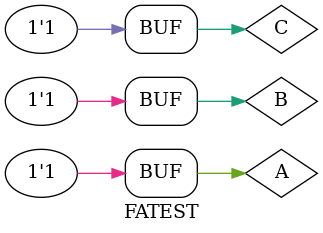
<source format=v>
module FATEST;

	// Inputs
	reg A;
	reg B;
	reg C;

	// Outputs
	wire sum;
	wire carry;

	// Instantiate the Unit Under Test (UUT)
	FA uut (
		.A(A), 
		.B(B), 
		.C(C), 
		.sum(sum), 
		.carry(carry)
	);

	initial begin
		// Initialize Inputs
		A = 0;
		B = 0;
		C = 0;

		// Wait 100 ns for global reset to finish
		#100 A = 0;B = 0;C = 1;
		#100 A = 0;B = 1;C = 0;
		#100 A = 0;B = 1;C = 1;
		#100 A = 1;B = 0;C = 0;
		#100 A = 1;B = 0;C = 1;
		#100 A = 1;B = 1;C = 0;
		#100 A = 1;B = 1;C = 1;
        
		// Add stimulus here

	end
      
endmodule


</source>
